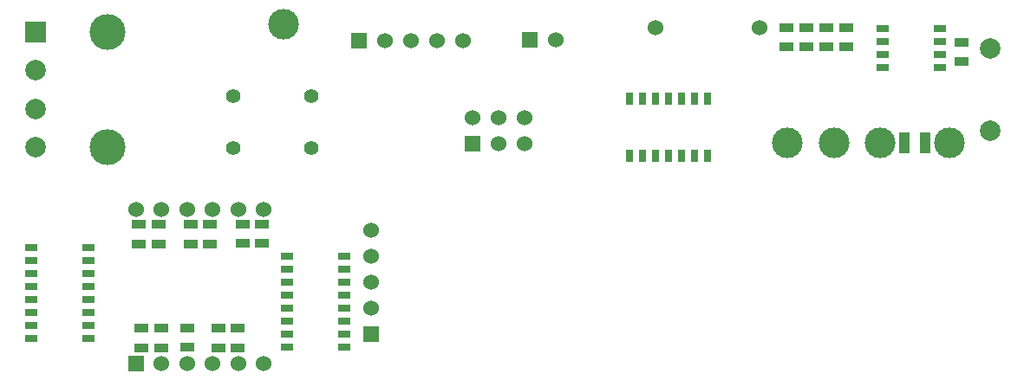
<source format=gts>
G04 (created by PCBNEW (2013-07-07 BZR 4022)-stable) date 26/01/2014 9:48:07 PM*
%MOIN*%
G04 Gerber Fmt 3.4, Leading zero omitted, Abs format*
%FSLAX34Y34*%
G01*
G70*
G90*
G04 APERTURE LIST*
%ADD10C,0.00590551*%
%ADD11R,0.05X0.025*%
%ADD12R,0.055X0.035*%
%ADD13C,0.06*%
%ADD14C,0.11811*%
%ADD15R,0.0393701X0.0787402*%
%ADD16C,0.055*%
%ADD17R,0.025X0.05*%
%ADD18R,0.06X0.06*%
%ADD19C,0.137795*%
%ADD20R,0.0787402X0.0787402*%
%ADD21C,0.0787402*%
G04 APERTURE END LIST*
G54D10*
G54D11*
X40686Y-7442D03*
X40686Y-6942D03*
X40686Y-6442D03*
X40686Y-5942D03*
X38486Y-5942D03*
X38486Y-6442D03*
X38486Y-6942D03*
X38486Y-7442D03*
G54D12*
X35551Y-5904D03*
X35551Y-6654D03*
X34783Y-5904D03*
X34783Y-6654D03*
X36318Y-5904D03*
X36318Y-6654D03*
X37086Y-5904D03*
X37086Y-6654D03*
X41515Y-7225D03*
X41515Y-6475D03*
G54D13*
X29732Y-5905D03*
X33732Y-5905D03*
G54D14*
X15452Y-5787D03*
X34822Y-10354D03*
X41043Y-10354D03*
X36594Y-10354D03*
X38366Y-10354D03*
G54D15*
X39311Y-10354D03*
X40098Y-10354D03*
G54D16*
X13500Y-10566D03*
X13500Y-8566D03*
X16500Y-10566D03*
X16500Y-8566D03*
G54D11*
X15573Y-14706D03*
X15573Y-15206D03*
X15573Y-15706D03*
X15573Y-16206D03*
X15573Y-16706D03*
X15573Y-17206D03*
X15573Y-17706D03*
X15573Y-18206D03*
X17773Y-18206D03*
X17773Y-17706D03*
X17773Y-17206D03*
X17773Y-16706D03*
X17773Y-16206D03*
X17773Y-15706D03*
X17773Y-15206D03*
X17773Y-14706D03*
X7930Y-17891D03*
X7930Y-17391D03*
X7930Y-16891D03*
X7930Y-16391D03*
X7930Y-15891D03*
X7930Y-15391D03*
X7930Y-14891D03*
X7930Y-14391D03*
X5730Y-14391D03*
X5730Y-14891D03*
X5730Y-15391D03*
X5730Y-15891D03*
X5730Y-16391D03*
X5730Y-16891D03*
X5730Y-17391D03*
X5730Y-17891D03*
G54D17*
X28736Y-10844D03*
X29236Y-10844D03*
X29736Y-10844D03*
X30236Y-10844D03*
X30736Y-10844D03*
X31236Y-10844D03*
X31736Y-10844D03*
X31736Y-8644D03*
X31236Y-8644D03*
X30736Y-8644D03*
X30236Y-8644D03*
X29736Y-8644D03*
X29236Y-8644D03*
X28736Y-8644D03*
G54D12*
X10629Y-14252D03*
X10629Y-13502D03*
X9881Y-14252D03*
X9881Y-13502D03*
X12618Y-14252D03*
X12618Y-13502D03*
X13877Y-14233D03*
X13877Y-13483D03*
X14625Y-14233D03*
X14625Y-13483D03*
X12933Y-17499D03*
X12933Y-18249D03*
X10728Y-17499D03*
X10728Y-18249D03*
X9980Y-17499D03*
X9980Y-18249D03*
X11870Y-14252D03*
X11870Y-13502D03*
X13681Y-17499D03*
X13681Y-18249D03*
X11751Y-17479D03*
X11751Y-18229D03*
G54D18*
X24913Y-6377D03*
G54D13*
X25913Y-6377D03*
G54D18*
X22700Y-10401D03*
G54D13*
X22700Y-9401D03*
X23700Y-10401D03*
X23700Y-9401D03*
X24700Y-10401D03*
X24700Y-9401D03*
G54D18*
X18818Y-17708D03*
G54D13*
X18818Y-16708D03*
X18818Y-15708D03*
X18818Y-14708D03*
X18818Y-13708D03*
G54D18*
X18334Y-6417D03*
G54D13*
X19334Y-6417D03*
X20334Y-6417D03*
X21334Y-6417D03*
X22334Y-6417D03*
G54D18*
X9763Y-18838D03*
G54D13*
X10748Y-18838D03*
X11732Y-18838D03*
X12716Y-18838D03*
X13700Y-18838D03*
X14685Y-18838D03*
X14685Y-12933D03*
X13700Y-12933D03*
X12716Y-12933D03*
X11732Y-12933D03*
X10748Y-12933D03*
X9763Y-12933D03*
G54D19*
X8661Y-6092D03*
X8661Y-10521D03*
G54D20*
X5905Y-6092D03*
G54D21*
X5905Y-10521D03*
X5905Y-7568D03*
X5915Y-9045D03*
X42598Y-6732D03*
X42598Y-9881D03*
M02*

</source>
